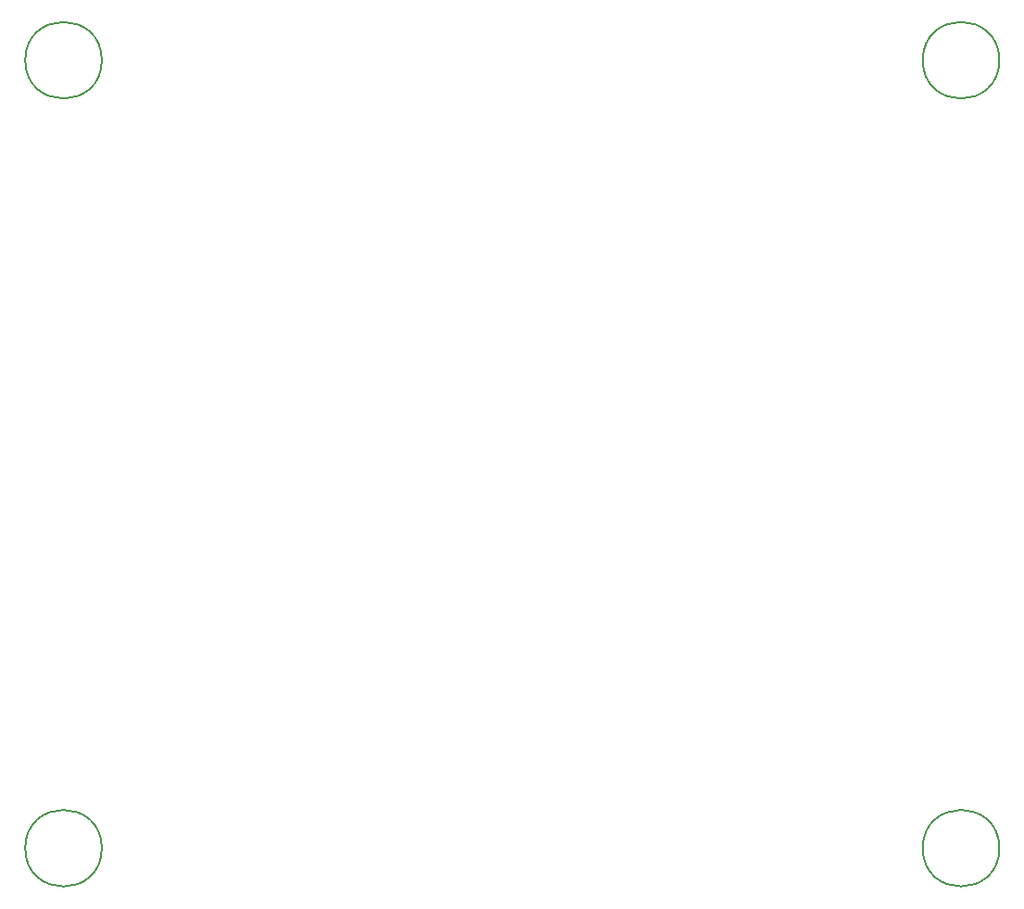
<source format=gbr>
G04 #@! TF.GenerationSoftware,KiCad,Pcbnew,7.0.5-4d25ed1034~172~ubuntu20.04.1*
G04 #@! TF.CreationDate,2023-05-31T02:11:29+03:00*
G04 #@! TF.ProjectId,kanalog-jp12-breakout,6b616e61-6c6f-4672-9d6a-7031322d6272,rev?*
G04 #@! TF.SameCoordinates,Original*
G04 #@! TF.FileFunction,Other,Comment*
%FSLAX46Y46*%
G04 Gerber Fmt 4.6, Leading zero omitted, Abs format (unit mm)*
G04 Created by KiCad (PCBNEW 7.0.5-4d25ed1034~172~ubuntu20.04.1) date 2023-05-31 02:11:29*
%MOMM*%
%LPD*%
G01*
G04 APERTURE LIST*
%ADD10C,0.150000*%
G04 APERTURE END LIST*
D10*
G04 #@! TO.C,H2*
X83500000Y-90000000D02*
G75*
G03*
X83500000Y-90000000I-3500000J0D01*
G01*
G04 #@! TO.C,H1*
X83500000Y-162000000D02*
G75*
G03*
X83500000Y-162000000I-3500000J0D01*
G01*
G04 #@! TO.C,H3*
X165500000Y-90000000D02*
G75*
G03*
X165500000Y-90000000I-3500000J0D01*
G01*
G04 #@! TO.C,H4*
X165500000Y-162000000D02*
G75*
G03*
X165500000Y-162000000I-3500000J0D01*
G01*
G04 #@! TD*
M02*

</source>
